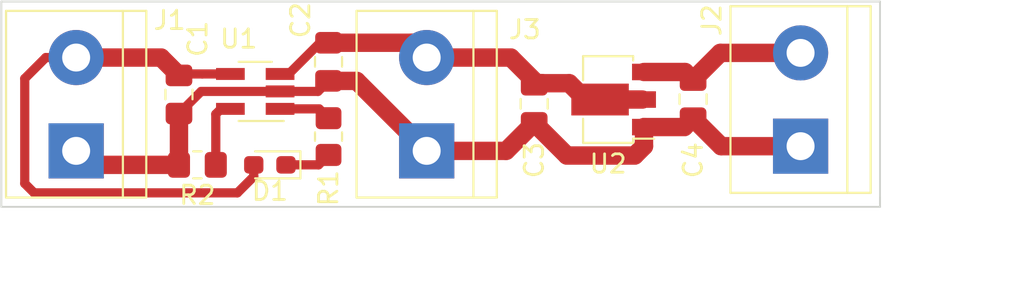
<source format=kicad_pcb>
(kicad_pcb (version 20211014) (generator pcbnew)
  (layers (0 "F.Cu" signal) (31 "B.Cu" signal) (34 "B.Paste" user) (35 "F.Paste" user) (36 "B.SilkS" user "B.Silkscreen") (37 "F.SilkS" user "F.Silkscreen") (38 "B.Mask" user) (39 "F.Mask" user) (44 "Edge.Cuts" user))
  (net 0 "")
  (net 1 "Net-(C1-Pad1)")
  (net 2 "Net-(C1-Pad2)")
  (net 3 "Net-(C2-Pad1)")
  (net 4 "Net-(C4-Pad1)")
  (net 5 "Net-(D1-Pad1)")
  (net 6 "Net-(R1-Pad2)")
  (net 7 "Net-(R2-Pad1)")
  (footprint "Capacitor_SMD:C_0805_2012Metric_Pad1.18x1.45mm_HandSolder" (layer "F.Cu") (at 121.92 53.8265 -90)
    (fp_text reference "C3" (at 3.0695 0 90) (layer "F.SilkS"))
    (fp_text value "10u")
    (fp_line (start -0.261252 0.735) (end 0.261252 0.735) (layer "F.SilkS") (width 0.12))
    (fp_line (start -0.261252 -0.735) (end 0.261252 -0.735) (layer "F.SilkS") (width 0.12))
    (pad "1" smd roundrect (at -1.0375 0 270) (size 1.175 1.45) (layers "F.Cu" "F.Paste" "F.Mask") (roundrect_rratio 0.212766) (net 3 "Net-(C2-Pad1)"))
    (pad "2" smd roundrect (at 1.0375 0 270) (size 1.175 1.45) (layers "F.Cu" "F.Paste" "F.Mask") (roundrect_rratio 0.212766) (net 2 "Net-(C1-Pad2)"))
  )
  (footprint "Capacitor_SMD:C_0805_2012Metric_Pad1.18x1.45mm_HandSolder" (layer "F.Cu") (at 102.616 53.3185 -90)
    (fp_text reference "C1" (at -3.0265 -1.016 90) (layer "F.SilkS"))
    (fp_text value "22u")
    (fp_line (start -0.261252 0.735) (end 0.261252 0.735) (layer "F.SilkS") (width 0.12))
    (fp_line (start -0.261252 -0.735) (end 0.261252 -0.735) (layer "F.SilkS") (width 0.12))
    (pad "1" smd roundrect (at -1.0375 0 270) (size 1.175 1.45) (layers "F.Cu" "F.Paste" "F.Mask") (roundrect_rratio 0.212766) (net 1 "Net-(C1-Pad1)"))
    (pad "2" smd roundrect (at 1.0375 0 270) (size 1.175 1.45) (layers "F.Cu" "F.Paste" "F.Mask") (roundrect_rratio 0.212766) (net 2 "Net-(C1-Pad2)"))
  )
  (footprint "Package_TO_SOT_SMD:SOT-23-5_HandSoldering" (layer "F.Cu") (at 106.76 53.152 180)
    (fp_text reference "U1" (at 0.9 2.86) (layer "F.SilkS"))
    (fp_text value "XT4052")
    (fp_line (start 0.9 -1.61) (end -1.55 -1.61) (layer "F.SilkS") (width 0.12))
    (fp_line (start -0.9 1.61) (end 0.9 1.61) (layer "F.SilkS") (width 0.12))
    (pad "1" smd rect (at -1.35 -0.95 180) (size 1.56 0.65) (layers "F.Cu" "F.Paste" "F.Mask") (net 6 "Net-(R1-Pad2)"))
    (pad "2" smd rect (at -1.35 0 180) (size 1.56 0.65) (layers "F.Cu" "F.Paste" "F.Mask") (net 2 "Net-(C1-Pad2)"))
    (pad "3" smd rect (at -1.35 0.95 180) (size 1.56 0.65) (layers "F.Cu" "F.Paste" "F.Mask") (net 3 "Net-(C2-Pad1)"))
    (pad "4" smd rect (at 1.35 0.95 180) (size 1.56 0.65) (layers "F.Cu" "F.Paste" "F.Mask") (net 1 "Net-(C1-Pad1)"))
    (pad "5" smd rect (at 1.35 -0.95 180) (size 1.56 0.65) (layers "F.Cu" "F.Paste" "F.Mask") (net 7 "Net-(R2-Pad1)"))
  )
  (footprint "Resistor_SMD:R_0805_2012Metric_Pad1.20x1.40mm_HandSolder" (layer "F.Cu") (at 103.616 57.15 180)
    (fp_text reference "R2" (at 0 -1.65) (layer "F.SilkS"))
    (fp_text value "10k")
    (fp_line (start -0.227064 -0.735) (end 0.227064 -0.735) (layer "F.SilkS") (width 0.12))
    (fp_line (start -0.227064 0.735) (end 0.227064 0.735) (layer "F.SilkS") (width 0.12))
    (pad "1" smd roundrect (at -1 0 180) (size 1.2 1.4) (layers "F.Cu" "F.Paste" "F.Mask") (roundrect_rratio 0.208333) (net 7 "Net-(R2-Pad1)"))
    (pad "2" smd roundrect (at 1 0 180) (size 1.2 1.4) (layers "F.Cu" "F.Paste" "F.Mask") (roundrect_rratio 0.208333) (net 2 "Net-(C1-Pad2)"))
  )
  (footprint "TerminalBlock:TerminalBlock_bornier-2_P5.08mm" (layer "F.Cu") (at 97.028 56.388 90)
    (fp_text reference "J1" (at 7.112 5.08 180) (layer "F.SilkS"))
    (fp_text value "panel")
    (fp_line (start 7.62 3.81) (end 7.62 -3.81) (layer "F.SilkS") (width 0.12))
    (fp_line (start -2.54 3.81) (end 7.62 3.81) (layer "F.SilkS") (width 0.12))
    (fp_line (start -2.54 -3.81) (end -2.54 3.81) (layer "F.SilkS") (width 0.12))
    (fp_line (start 7.62 2.54) (end -2.54 2.54) (layer "F.SilkS") (width 0.12))
    (fp_line (start 7.62 -3.81) (end -2.54 -3.81) (layer "F.SilkS") (width 0.12))
    (pad "1" thru_hole rect (at 0 0 90) (size 3 3) (drill 1.52) (layers *.Cu *.Mask) (net 2 "Net-(C1-Pad2)"))
    (pad "2" thru_hole circle (at 5.08 0 90) (size 3 3) (drill 1.52) (layers *.Cu *.Mask) (net 1 "Net-(C1-Pad1)"))
  )
  (footprint "LED_SMD:LED_0603_1608Metric_Pad1.05x0.95mm_HandSolder" (layer "F.Cu") (at 107.555 57.15 180)
    (fp_text reference "D1" (at 0 -1.43) (layer "F.SilkS"))
    (fp_text value "LED_Small")
    (fp_line (start -1.66 0.735) (end 0.8 0.735) (layer "F.SilkS") (width 0.12))
    (fp_line (start -1.66 -0.735) (end -1.66 0.735) (layer "F.SilkS") (width 0.12))
    (fp_line (start 0.8 -0.735) (end -1.66 -0.735) (layer "F.SilkS") (width 0.12))
    (pad "1" smd roundrect (at -0.875 0 180) (size 1.05 0.95) (layers "F.Cu" "F.Paste" "F.Mask") (net 5 "Net-(D1-Pad1)"))
    (pad "2" smd roundrect (at 0.875 0 180) (size 1.05 0.95) (layers "F.Cu" "F.Paste" "F.Mask") (net 1 "Net-(C1-Pad1)"))
  )
  (footprint "Capacitor_SMD:C_0805_2012Metric_Pad1.18x1.45mm_HandSolder" (layer "F.Cu") (at 110.744 51.5405 -90)
    (fp_text reference "C2" (at -2.2645 1.524 90) (layer "F.SilkS"))
    (fp_text value "10u")
    (fp_line (start -0.261252 -0.735) (end 0.261252 -0.735) (layer "F.SilkS") (width 0.12))
    (fp_line (start -0.261252 0.735) (end 0.261252 0.735) (layer "F.SilkS") (width 0.12))
    (pad "1" smd roundrect (at -1.0375 0 270) (size 1.175 1.45) (layers "F.Cu" "F.Paste" "F.Mask") (roundrect_rratio 0.212766) (net 3 "Net-(C2-Pad1)"))
    (pad "2" smd roundrect (at 1.0375 0 270) (size 1.175 1.45) (layers "F.Cu" "F.Paste" "F.Mask") (roundrect_rratio 0.212766) (net 2 "Net-(C1-Pad2)"))
  )
  (footprint "Capacitor_SMD:C_0805_2012Metric_Pad1.18x1.45mm_HandSolder" (layer "F.Cu") (at 130.556 53.5725 -90)
    (fp_text reference "C4" (at 3.3235 0 90) (layer "F.SilkS"))
    (fp_text value "10u")
    (fp_line (start -0.261252 0.735) (end 0.261252 0.735) (layer "F.SilkS") (width 0.12))
    (fp_line (start -0.261252 -0.735) (end 0.261252 -0.735) (layer "F.SilkS") (width 0.12))
    (pad "1" smd roundrect (at -1.0375 0 270) (size 1.175 1.45) (layers "F.Cu" "F.Paste" "F.Mask") (roundrect_rratio 0.212766) (net 4 "Net-(C4-Pad1)"))
    (pad "2" smd roundrect (at 1.0375 0 270) (size 1.175 1.45) (layers "F.Cu" "F.Paste" "F.Mask") (roundrect_rratio 0.212766) (net 2 "Net-(C1-Pad2)"))
  )
  (footprint "TerminalBlock:TerminalBlock_bornier-2_P5.08mm" (layer "F.Cu") (at 136.398 56.134 90)
    (fp_text reference "J2" (at 6.858 -4.826 90) (layer "F.SilkS"))
    (fp_text value "OUT")
    (fp_line (start -2.54 3.81) (end 7.62 3.81) (layer "F.SilkS") (width 0.12))
    (fp_line (start 7.62 3.81) (end 7.62 -3.81) (layer "F.SilkS") (width 0.12))
    (fp_line (start 7.62 2.54) (end -2.54 2.54) (layer "F.SilkS") (width 0.12))
    (fp_line (start -2.54 -3.81) (end -2.54 3.81) (layer "F.SilkS") (width 0.12))
    (fp_line (start 7.62 -3.81) (end -2.54 -3.81) (layer "F.SilkS") (width 0.12))
    (pad "1" thru_hole rect (at 0 0 90) (size 3 3) (drill 1.52) (layers *.Cu *.Mask) (net 2 "Net-(C1-Pad2)"))
    (pad "2" thru_hole circle (at 5.08 0 90) (size 3 3) (drill 1.52) (layers *.Cu *.Mask) (net 4 "Net-(C4-Pad1)"))
  )
  (footprint "Resistor_SMD:R_0805_2012Metric_Pad1.20x1.40mm_HandSolder" (layer "F.Cu") (at 110.744 55.61 90)
    (fp_text reference "R1" (at -2.81 0 90) (layer "F.SilkS"))
    (fp_text value "330")
    (fp_line (start -0.227064 0.735) (end 0.227064 0.735) (layer "F.SilkS") (width 0.12))
    (fp_line (start -0.227064 -0.735) (end 0.227064 -0.735) (layer "F.SilkS") (width 0.12))
    (pad "1" smd roundrect (at -1 0 90) (size 1.2 1.4) (layers "F.Cu" "F.Paste" "F.Mask") (roundrect_rratio 0.208333) (net 5 "Net-(D1-Pad1)"))
    (pad "2" smd roundrect (at 1 0 90) (size 1.2 1.4) (layers "F.Cu" "F.Paste" "F.Mask") (roundrect_rratio 0.208333) (net 6 "Net-(R1-Pad2)"))
  )
  (footprint "TerminalBlock:TerminalBlock_bornier-2_P5.08mm" (layer "F.Cu") (at 116.078 56.388 90)
    (fp_text reference "J3" (at 6.604 5.334 180) (layer "F.SilkS"))
    (fp_text value "BAT")
    (fp_line (start 7.62 -3.81) (end -2.54 -3.81) (layer "F.SilkS") (width 0.12))
    (fp_line (start -2.54 -3.81) (end -2.54 3.81) (layer "F.SilkS") (width 0.12))
    (fp_line (start 7.62 2.54) (end -2.54 2.54) (layer "F.SilkS") (width 0.12))
    (fp_line (start 7.62 3.81) (end 7.62 -3.81) (layer "F.SilkS") (width 0.12))
    (fp_line (start -2.54 3.81) (end 7.62 3.81) (layer "F.SilkS") (width 0.12))
    (pad "1" thru_hole rect (at 0 0 90) (size 3 3) (drill 1.52) (layers *.Cu *.Mask) (net 2 "Net-(C1-Pad2)"))
    (pad "2" thru_hole circle (at 5.08 0 90) (size 3 3) (drill 1.52) (layers *.Cu *.Mask) (net 3 "Net-(C2-Pad1)"))
  )
  (footprint "Package_TO_SOT_SMD:SOT-89-3" (layer "F.Cu") (at 126.238 53.594 180)
    (fp_text reference "U2" (at 0.3 -3.5) (layer "F.SilkS"))
    (fp_text value "HT75xx-1-SOT89")
    (fp_line (start -1.06 2.36) (end -1.06 2.13) (layer "F.SilkS") (width 0.12))
    (fp_line (start 1.66 2.36) (end -1.06 2.36) (layer "F.SilkS") (width 0.12))
    (fp_line (start 1.66 -2.36) (end 1.66 -1.05) (layer "F.SilkS") (width 0.12))
    (fp_line (start -1.06 -2.36) (end 1.66 -2.36) (layer "F.SilkS") (width 0.12))
    (fp_line (start -2.2 -2.13) (end -1.06 -2.13) (layer "F.SilkS") (width 0.12))
    (fp_line (start -1.06 -2.36) (end -1.06 -2.13) (layer "F.SilkS") (width 0.12))
    (fp_line (start 1.66 1.05) (end 1.66 2.36) (layer "F.SilkS") (width 0.12))
    (pad "1" smd rect (at -1.65 -1.5 180) (size 1.3 0.9) (layers "F.Cu" "F.Paste" "F.Mask") (net 2 "Net-(C1-Pad2)"))
    (pad "2" smd custom (at -1.5625 0 180) (size 1.475 0.9) (layers "F.Cu" "F.Paste" "F.Mask") (net 3 "Net-(C2-Pad1)") (options (clearance outline) (anchor rect)) (primitives (gr_poly (pts (xy 3.8625 0.8665) (xy 0.7375 0.8665) (xy 0.7375 -0.8665) (xy 3.8625 -0.8665)) (width 0) (fill yes))))
    (pad "3" smd rect (at -1.65 1.5 180) (size 1.3 0.9) (layers "F.Cu" "F.Paste" "F.Mask") (net 4 "Net-(C4-Pad1)"))
  )
  (gr_line (start 92.964 48.26) (end 140.716 48.26) (layer "Edge.Cuts") (width 0.1))
  (gr_line (start 140.716 48.26) (end 140.716 59.436) (layer "Edge.Cuts") (width 0.1))
  (gr_line (start 140.716 59.436) (end 92.964 59.436) (layer "Edge.Cuts") (width 0.1))
  (gr_line (start 92.964 59.436) (end 92.964 48.26) (layer "Edge.Cuts") (width 0.1))
  (gr_line (start 140.716 58.928) (end 140.716 59.436) (layer "Edge.Cuts") (width 0.1))
  (segment (start 105.41 52.202) (end 103.881 52.202) (width 0.5) (layer "F.Cu") (net 1))
  (segment (start 97.028 51.308) (end 101.643 51.308) (width 1) (layer "F.Cu") (net 1))
  (segment (start 94.234 52.451) (end 95.377 51.308) (width 0.5) (layer "F.Cu") (net 1))
  (segment (start 95.377 51.308) (end 97.028 51.308) (width 0.5) (layer "F.Cu") (net 1))
  (segment (start 105.791 58.674) (end 94.742 58.674) (width 0.5) (layer "F.Cu") (net 1))
  (segment (start 102.695 52.202) (end 102.616 52.281) (width 0.5) (layer "F.Cu") (net 1))
  (segment (start 101.643 51.308) (end 102.616 52.281) (width 1) (layer "F.Cu") (net 1))
  (segment (start 106.68 57.785) (end 105.791 58.674) (width 0.5) (layer "F.Cu") (net 1))
  (segment (start 103.881 52.202) (end 102.695 52.202) (width 0.5) (layer "F.Cu") (net 1))
  (segment (start 94.742 58.674) (end 94.234 58.166) (width 0.5) (layer "F.Cu") (net 1))
  (segment (start 106.68 57.15) (end 106.68 57.785) (width 0.5) (layer "F.Cu") (net 1))
  (segment (start 94.234 58.166) (end 94.234 52.451) (width 0.5) (layer "F.Cu") (net 1))
  (segment (start 127.888 55.094) (end 127.888 56.135) (width 1) (layer "F.Cu") (net 2))
  (segment (start 103.82 53.152) (end 102.616 54.356) (width 0.5) (layer "F.Cu") (net 2))
  (segment (start 112.268 52.578) (end 116.078 56.388) (width 1) (layer "F.Cu") (net 2))
  (segment (start 110.17 53.152) (end 110.744 52.578) (width 0.5) (layer "F.Cu") (net 2))
  (segment (start 110.744 52.578) (end 112.268 52.578) (width 1) (layer "F.Cu") (net 2))
  (segment (start 130.072 55.094) (end 130.556 54.61) (width 1) (layer "F.Cu") (net 2))
  (segment (start 127.888 55.094) (end 130.072 55.094) (width 1) (layer "F.Cu") (net 2))
  (segment (start 120.396 56.388) (end 116.078 56.388) (width 1) (layer "F.Cu") (net 2))
  (segment (start 121.92 54.864) (end 120.396 56.388) (width 1) (layer "F.Cu") (net 2))
  (segment (start 136.398 56.134) (end 132.08 56.134) (width 1) (layer "F.Cu") (net 2))
  (segment (start 132.08 56.134) (end 130.556 54.61) (width 1) (layer "F.Cu") (net 2))
  (segment (start 108.11 53.152) (end 103.82 53.152) (width 0.5) (layer "F.Cu") (net 2))
  (segment (start 102.616 57.15) (end 97.79 57.15) (width 1) (layer "F.Cu") (net 2))
  (segment (start 97.79 57.15) (end 97.028 56.388) (width 1) (layer "F.Cu") (net 2))
  (segment (start 121.92 54.864) (end 123.698 56.642) (width 1) (layer "F.Cu") (net 2))
  (segment (start 127.888 56.135) (end 127.381 56.642) (width 1) (layer "F.Cu") (net 2))
  (segment (start 123.698 56.642) (end 127.381 56.642) (width 1) (layer "F.Cu") (net 2))
  (segment (start 102.616 57.15) (end 102.616 54.356) (width 1) (layer "F.Cu") (net 2))
  (segment (start 108.11 53.152) (end 110.17 53.152) (width 0.5) (layer "F.Cu") (net 2))
  (segment (start 124.714 53.594) (end 123.825 52.705) (width 1) (layer "F.Cu") (net 3))
  (segment (start 121.92 52.789) (end 121.92 52.578) (width 1) (layer "F.Cu") (net 3))
  (segment (start 121.92 52.578) (end 120.65 51.308) (width 1) (layer "F.Cu") (net 3))
  (segment (start 120.65 51.308) (end 116.078 51.308) (width 1) (layer "F.Cu") (net 3))
  (segment (start 122.004 52.705) (end 121.92 52.789) (width 1) (layer "F.Cu") (net 3))
  (segment (start 108.11 52.202) (end 108.58 52.202) (width 0.5) (layer "F.Cu") (net 3))
  (segment (start 108.58 52.202) (end 110.279 50.503) (width 0.5) (layer "F.Cu") (net 3))
  (segment (start 115.273 50.503) (end 116.078 51.308) (width 1) (layer "F.Cu") (net 3))
  (segment (start 127.8005 53.594) (end 124.714 53.594) (width 1) (layer "F.Cu") (net 3))
  (segment (start 123.825 52.705) (end 122.004 52.705) (width 1) (layer "F.Cu") (net 3))
  (segment (start 110.744 50.503) (end 115.273 50.503) (width 1) (layer "F.Cu") (net 3))
  (segment (start 110.279 50.503) (end 110.744 50.503) (width 0.5) (layer "F.Cu") (net 3))
  (segment (start 132.037 51.054) (end 130.556 52.535) (width 1) (layer "F.Cu") (net 4))
  (segment (start 136.398 51.054) (end 132.037 51.054) (width 1) (layer "F.Cu") (net 4))
  (segment (start 127.888 52.094) (end 130.115 52.094) (width 1) (layer "F.Cu") (net 4))
  (segment (start 130.115 52.094) (end 130.556 52.535) (width 1) (layer "F.Cu") (net 4))
  (segment (start 110.204 57.15) (end 110.744 56.61) (width 0.5) (layer "F.Cu") (net 5))
  (segment (start 108.43 57.15) (end 110.204 57.15) (width 0.5) (layer "F.Cu") (net 5))
  (segment (start 110.236 54.102) (end 110.744 54.61) (width 0.5) (layer "F.Cu") (net 6))
  (segment (start 108.11 54.102) (end 110.236 54.102) (width 0.5) (layer "F.Cu") (net 6))
  (segment (start 105.41 54.102) (end 104.902 54.102) (width 0.5) (layer "F.Cu") (net 7))
  (segment (start 104.616 54.388) (end 104.616 57.15) (width 0.5) (layer "F.Cu") (net 7))
  (segment (start 104.902 54.102) (end 104.616 54.388) (width 0.5) (layer "F.Cu") (net 7))
)
</source>
